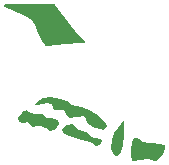
<source format=gbr>
%TF.GenerationSoftware,KiCad,Pcbnew,8.0.7*%
%TF.CreationDate,2025-02-12T01:29:36+05:30*%
%TF.ProjectId,MyNEW_PCB_ART_SJCET,4d794e45-575f-4504-9342-5f4152545f53,rev?*%
%TF.SameCoordinates,Original*%
%TF.FileFunction,Soldermask,Top*%
%TF.FilePolarity,Negative*%
%FSLAX46Y46*%
G04 Gerber Fmt 4.6, Leading zero omitted, Abs format (unit mm)*
G04 Created by KiCad (PCBNEW 8.0.7) date 2025-02-12 01:29:36*
%MOMM*%
%LPD*%
G01*
G04 APERTURE LIST*
%ADD10C,0.000000*%
G04 APERTURE END LIST*
D10*
%TO.C,*%
G36*
X188761301Y-84751017D02*
G01*
X189295194Y-84985850D01*
X189847920Y-85319053D01*
X190212586Y-85634843D01*
X190260216Y-85741620D01*
X190207584Y-85966663D01*
X190191936Y-85964407D01*
X189903380Y-85898417D01*
X189395696Y-85813560D01*
X188839184Y-85587401D01*
X188457692Y-85199544D01*
X188394583Y-84814744D01*
X188453137Y-84730337D01*
X188761301Y-84751017D01*
G37*
G36*
X195407108Y-94823973D02*
G01*
X195322067Y-95670198D01*
X195094094Y-96296787D01*
X194783935Y-96591178D01*
X194503430Y-96498509D01*
X194322840Y-95993385D01*
X194386931Y-95254145D01*
X194659824Y-94510366D01*
X194860871Y-94211462D01*
X195398021Y-93573549D01*
X195407108Y-94823973D01*
G37*
G36*
X191271166Y-94147255D02*
G01*
X191578906Y-94456404D01*
X191885683Y-94519293D01*
X192318501Y-94636295D01*
X192411893Y-94789506D01*
X192640643Y-95009049D01*
X192958129Y-95059719D01*
X193402042Y-95166266D01*
X193504366Y-95313984D01*
X193331915Y-95663222D01*
X192997996Y-95749396D01*
X192839011Y-95628064D01*
X192490711Y-95426509D01*
X191819571Y-95237097D01*
X191606830Y-95197214D01*
X190721891Y-94961884D01*
X190209016Y-94647798D01*
X190122365Y-94314822D01*
X190516099Y-94022824D01*
X190537169Y-94014851D01*
X191063545Y-93913487D01*
X191271166Y-94147255D01*
G37*
G36*
X196735960Y-95177110D02*
G01*
X196781785Y-95276379D01*
X197022596Y-95425311D01*
X197616050Y-95514169D01*
X197756726Y-95520380D01*
X198436642Y-95570638D01*
X198836442Y-95658430D01*
X198859425Y-95674121D01*
X198882340Y-96000303D01*
X198673469Y-96477808D01*
X198361102Y-96893995D01*
X198073529Y-97036225D01*
X198045137Y-97023799D01*
X197398440Y-96856084D01*
X196636540Y-96915836D01*
X196297851Y-97048219D01*
X196074302Y-97028665D01*
X195973864Y-96569854D01*
X195962431Y-96156517D01*
X196028123Y-95398979D01*
X196246652Y-95082364D01*
X196372108Y-95059719D01*
X196735960Y-95177110D01*
G37*
G36*
X187365714Y-92908436D02*
G01*
X187753856Y-93103966D01*
X188072824Y-93081961D01*
X188491679Y-93076217D01*
X188588237Y-93193527D01*
X188822706Y-93375746D01*
X189291059Y-93438442D01*
X189810263Y-93537565D01*
X189906947Y-93883404D01*
X189902439Y-93908211D01*
X189620319Y-94329844D01*
X189150375Y-94478757D01*
X188745853Y-94280638D01*
X188727276Y-94253050D01*
X188351217Y-94080765D01*
X188019016Y-94121192D01*
X187586075Y-94129986D01*
X187495764Y-93965561D01*
X187280591Y-93760477D01*
X186949527Y-93786949D01*
X186507627Y-93752179D01*
X186417660Y-93435091D01*
X186707963Y-92988753D01*
X186788653Y-92917982D01*
X187172393Y-92743173D01*
X187365714Y-92908436D01*
G37*
G36*
X189633036Y-91705859D02*
G01*
X190333109Y-91866603D01*
X190735316Y-92055775D01*
X190773183Y-92121914D01*
X191002484Y-92312812D01*
X191325276Y-92357591D01*
X191863208Y-92492787D01*
X192555206Y-92830396D01*
X193243652Y-93268447D01*
X193770927Y-93704970D01*
X193979414Y-94037994D01*
X193973988Y-94071159D01*
X193659647Y-94377730D01*
X193036195Y-94274733D01*
X192753291Y-94149925D01*
X192283128Y-93791195D01*
X192138775Y-93488004D01*
X191972815Y-93254395D01*
X191416198Y-93283273D01*
X191319420Y-93303336D01*
X190735528Y-93371457D01*
X190516979Y-93189869D01*
X190500065Y-93023078D01*
X190344170Y-92691143D01*
X189953828Y-92706098D01*
X189498031Y-92683476D01*
X189407592Y-92445930D01*
X189281775Y-92188533D01*
X188821647Y-92173737D01*
X188519957Y-92228155D01*
X187946945Y-92326964D01*
X187824739Y-92251754D01*
X188062606Y-91968677D01*
X188517950Y-91686324D01*
X189203299Y-91650708D01*
X189633036Y-91705859D01*
G37*
%TD*%
G36*
X189544795Y-83769685D02*
G01*
X189577189Y-83799912D01*
X190679964Y-85279952D01*
X191250000Y-86040000D01*
X192079282Y-86853782D01*
X192113344Y-86914786D01*
X192109017Y-86984522D01*
X192067676Y-87040848D01*
X192002444Y-87065881D01*
X191983597Y-87065971D01*
X191620000Y-87040000D01*
X191619995Y-87040000D01*
X190389991Y-87130000D01*
X188840506Y-87343055D01*
X188771410Y-87332686D01*
X188749216Y-87319412D01*
X188691307Y-87275981D01*
X188657134Y-87236681D01*
X188509999Y-86969999D01*
X188461301Y-86928258D01*
X188428633Y-86884352D01*
X188050913Y-86032061D01*
X188049148Y-86027871D01*
X187910001Y-85680004D01*
X187910000Y-85680001D01*
X187569999Y-85129999D01*
X187029999Y-84729999D01*
X185860024Y-84220010D01*
X185303394Y-83988492D01*
X185249054Y-83944571D01*
X185227087Y-83878245D01*
X185244465Y-83810571D01*
X185295672Y-83763035D01*
X185351014Y-83750000D01*
X189477756Y-83750000D01*
X189544795Y-83769685D01*
G37*
M02*

</source>
